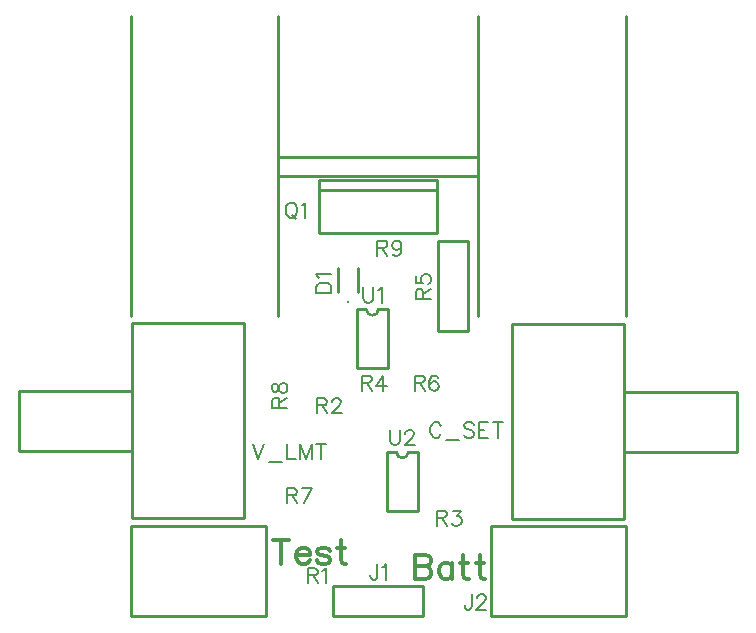
<source format=gbr>
G04 DipTrace 3.0.0.2*
G04 TopSilk.gbr*
%MOIN*%
G04 #@! TF.FileFunction,Legend,Top*
G04 #@! TF.Part,Single*
%ADD10C,0.009843*%
%ADD18C,0.01181*%
%ADD72C,0.00772*%
%ADD73C,0.012351*%
%FSLAX26Y26*%
G04*
G70*
G90*
G75*
G01*
G04 TopSilk*
%LPD*%
D18*
X1144000Y1467817D3*
X1111520Y1499313D2*
D10*
Y1581998D1*
X1176480Y1499313D2*
Y1581998D1*
X419000Y1419000D2*
Y2419000D1*
X2069000Y1419000D2*
Y2419000D1*
X1578950Y1950000D2*
X909050D1*
X1578950Y1888000D2*
X909050D1*
X1578950Y1419000D2*
Y2419000D1*
X909050Y1419000D2*
Y2419000D1*
X1094000Y419000D2*
Y519000D1*
X1394000D1*
Y419000D2*
Y519000D1*
X1094000Y419000D2*
X1394000D1*
X1619000Y719000D2*
X2069000D1*
Y419000D1*
X1619000D1*
Y719000D1*
X869000Y419000D2*
X419000D1*
Y719000D1*
X869000D1*
Y419000D1*
X1047150Y1875299D2*
X1440850D1*
Y1698134D1*
X1047150D1*
Y1875299D1*
Y1839866D2*
X1440850D1*
X1444000Y1368920D2*
Y1669080D1*
X1544000D2*
X1444000D1*
X1544000Y1368920D2*
Y1669080D1*
Y1368920D2*
X1444000D1*
X1174111Y1442427D2*
Y1245573D1*
X1276487Y1442427D2*
Y1245573D1*
X1174111D2*
X1276487D1*
X1205605Y1442427D2*
X1174111D1*
X1244994D2*
X1276487D1*
X1205605D2*
G03X1244994Y1442427I19694J9D01*
G01*
X1274111Y967427D2*
Y770573D1*
X1376487Y967427D2*
Y770573D1*
X1274111D2*
X1376487D1*
X1305605Y967427D2*
X1274111D1*
X1344994D2*
X1376487D1*
X1305605D2*
G03X1344994Y967427I19694J9D01*
G01*
X2064079Y742425D2*
Y1392425D1*
X1689079Y742425D2*
Y1392425D1*
Y742425D2*
X2064079D1*
X1689079Y1392425D2*
X2064079D1*
Y967455D2*
X2439079D1*
Y1167395D1*
X2064079D1*
X423921Y1395575D2*
Y745575D1*
X798921Y1395575D2*
Y745575D1*
Y1395575D2*
X423921D1*
X798921Y745575D2*
X423921D1*
Y1170545D2*
X48921D1*
Y970605D1*
X423921D1*
X1038297Y1498380D2*
D72*
X1088537D1*
Y1515126D1*
X1086105Y1522311D1*
X1081352Y1527120D1*
X1076543Y1529496D1*
X1069413Y1531873D1*
X1057420D1*
X1050235Y1529496D1*
X1045482Y1527120D1*
X1040673Y1522311D1*
X1038297Y1515126D1*
Y1498380D1*
X1047914Y1547312D2*
X1045482Y1552121D1*
X1038352Y1559306D1*
X1088537D1*
X1242249Y592223D2*
Y553977D1*
X1239873Y546792D1*
X1237441Y544415D1*
X1232688Y541983D1*
X1227879D1*
X1223126Y544415D1*
X1220750Y546792D1*
X1218318Y553977D1*
Y558730D1*
X1257689Y582606D2*
X1262497Y585038D1*
X1269682Y592168D1*
Y541983D1*
X1556500Y492223D2*
Y453977D1*
X1554123Y446792D1*
X1551691Y444415D1*
X1546938Y441983D1*
X1542129D1*
X1537376Y444415D1*
X1535000Y446792D1*
X1532568Y453977D1*
Y458730D1*
X1574371Y480230D2*
Y482606D1*
X1576747Y487415D1*
X1579124Y489791D1*
X1583932Y492168D1*
X1593494D1*
X1598247Y489791D1*
X1600624Y487415D1*
X1603056Y482606D1*
Y477853D1*
X1600624Y473045D1*
X1595871Y465915D1*
X1571939Y441983D1*
X1605432D1*
X950503Y1798522D2*
X945750Y1796201D1*
X940941Y1791393D1*
X938565Y1786584D1*
X936133Y1779399D1*
Y1767461D1*
X938565Y1760276D1*
X940941Y1755523D1*
X945750Y1750714D1*
X950503Y1748338D1*
X960064D1*
X964873Y1750714D1*
X969626Y1755523D1*
X972003Y1760276D1*
X974435Y1767461D1*
Y1779399D1*
X972003Y1786584D1*
X969626Y1791393D1*
X964873Y1796201D1*
X960064Y1798522D1*
X950503D1*
X957688Y1757899D2*
X972003Y1743529D1*
X989874Y1788905D2*
X994682Y1791337D1*
X1001867Y1798467D1*
Y1748282D1*
X1009009Y555693D2*
X1030509D1*
X1037694Y558125D1*
X1040126Y560501D1*
X1042503Y565255D1*
Y570063D1*
X1040126Y574816D1*
X1037694Y577248D1*
X1030509Y579625D1*
X1009009D1*
Y529385D1*
X1025756Y555693D2*
X1042503Y529385D1*
X1057942Y570008D2*
X1062750Y572440D1*
X1069935Y579569D1*
Y529385D1*
X1040385Y1122819D2*
X1061885D1*
X1069070Y1125251D1*
X1071502Y1127627D1*
X1073879Y1132381D1*
Y1137189D1*
X1071502Y1141942D1*
X1069070Y1144374D1*
X1061885Y1146751D1*
X1040385D1*
Y1096511D1*
X1057132Y1122819D2*
X1073879Y1096511D1*
X1091750Y1134757D2*
Y1137134D1*
X1094126Y1141942D1*
X1096503Y1144319D1*
X1101312Y1146695D1*
X1110873D1*
X1115626Y1144319D1*
X1118003Y1141942D1*
X1120435Y1137134D1*
Y1132381D1*
X1118003Y1127572D1*
X1113250Y1120442D1*
X1089318Y1096511D1*
X1122811D1*
X1440189Y747819D2*
X1461688D1*
X1468874Y750251D1*
X1471305Y752627D1*
X1473682Y757381D1*
Y762189D1*
X1471305Y766942D1*
X1468874Y769374D1*
X1461688Y771751D1*
X1440189D1*
Y721511D1*
X1456935Y747819D2*
X1473682Y721511D1*
X1493930Y771695D2*
X1520183D1*
X1505868Y752572D1*
X1513053D1*
X1517806Y750196D1*
X1520183Y747819D1*
X1522615Y740634D1*
Y735881D1*
X1520183Y728696D1*
X1515429Y723887D1*
X1508244Y721511D1*
X1501059D1*
X1493930Y723887D1*
X1491553Y726319D1*
X1489121Y731072D1*
X1189197Y1197819D2*
X1210697D1*
X1217882Y1200251D1*
X1220314Y1202627D1*
X1222691Y1207381D1*
Y1212189D1*
X1220314Y1216942D1*
X1217882Y1219374D1*
X1210697Y1221751D1*
X1189197D1*
Y1171511D1*
X1205944Y1197819D2*
X1222691Y1171511D1*
X1262061D2*
Y1221695D1*
X1238130Y1188257D1*
X1274000D1*
X1394709Y1477787D2*
Y1499287D1*
X1392277Y1506472D1*
X1389900Y1508904D1*
X1385147Y1511280D1*
X1380339D1*
X1375585Y1508904D1*
X1373154Y1506472D1*
X1370777Y1499287D1*
Y1477787D1*
X1421017D1*
X1394709Y1494534D2*
X1421017Y1511280D1*
X1370832Y1555405D2*
Y1531528D1*
X1392332Y1529152D1*
X1389956Y1531528D1*
X1387524Y1538713D1*
Y1545843D1*
X1389956Y1553028D1*
X1394709Y1557836D1*
X1401894Y1560213D1*
X1406647D1*
X1413832Y1557836D1*
X1418640Y1553028D1*
X1421017Y1545843D1*
Y1538713D1*
X1418640Y1531528D1*
X1416209Y1529152D1*
X1411455Y1526720D1*
X1366405Y1197819D2*
X1387904D1*
X1395089Y1200251D1*
X1397521Y1202627D1*
X1399898Y1207381D1*
Y1212189D1*
X1397521Y1216942D1*
X1395089Y1219374D1*
X1387904Y1221751D1*
X1366405D1*
Y1171511D1*
X1383151Y1197819D2*
X1399898Y1171511D1*
X1444022Y1214566D2*
X1441645Y1219319D1*
X1434460Y1221695D1*
X1429707D1*
X1422522Y1219319D1*
X1417714Y1212134D1*
X1415337Y1200196D1*
Y1188257D1*
X1417714Y1178696D1*
X1422522Y1173887D1*
X1429707Y1171511D1*
X1432084D1*
X1439214Y1173887D1*
X1444022Y1178696D1*
X1446399Y1185881D1*
Y1188257D1*
X1444022Y1195442D1*
X1439214Y1200196D1*
X1432084Y1202572D1*
X1429707D1*
X1422522Y1200196D1*
X1417714Y1195442D1*
X1415337Y1188257D1*
X940385Y822819D2*
X961885D1*
X969070Y825251D1*
X971502Y827627D1*
X973879Y832381D1*
Y837189D1*
X971502Y841942D1*
X969070Y844374D1*
X961885Y846751D1*
X940385D1*
Y796511D1*
X957132Y822819D2*
X973879Y796511D1*
X998880D2*
X1022811Y846695D1*
X989318D1*
X915181Y1115216D2*
Y1136716D1*
X912749Y1143901D1*
X910373Y1146333D1*
X905620Y1148710D1*
X900811D1*
X896058Y1146333D1*
X893626Y1143901D1*
X891249Y1136716D1*
Y1115216D1*
X941489D1*
X915181Y1131963D2*
X941489Y1148710D1*
X891305Y1176087D2*
X893681Y1168957D1*
X898434Y1166526D1*
X903243Y1166525D1*
X907996Y1168957D1*
X910428Y1173711D1*
X912805Y1183272D1*
X915181Y1190457D1*
X919990Y1195210D1*
X924743Y1197587D1*
X931928D1*
X936681Y1195210D1*
X939113Y1192834D1*
X941489Y1185649D1*
Y1176087D1*
X939113Y1168957D1*
X936681Y1166525D1*
X931928Y1164149D1*
X924743D1*
X919990Y1166525D1*
X915181Y1171334D1*
X912805Y1178464D1*
X910428Y1188025D1*
X907996Y1192834D1*
X903243Y1195210D1*
X898434D1*
X893681Y1192834D1*
X891305Y1185649D1*
Y1176087D1*
X1241574Y1647819D2*
X1263074D1*
X1270259Y1650251D1*
X1272691Y1652627D1*
X1275067Y1657381D1*
Y1662189D1*
X1272691Y1666942D1*
X1270259Y1669374D1*
X1263074Y1671751D1*
X1241574D1*
Y1621511D1*
X1258320Y1647819D2*
X1275067Y1621511D1*
X1321623Y1655004D2*
X1319191Y1647819D1*
X1314438Y1643010D1*
X1307253Y1640634D1*
X1304876D1*
X1297691Y1643010D1*
X1292938Y1647819D1*
X1290506Y1655004D1*
Y1657381D1*
X1292938Y1664566D1*
X1297691Y1669319D1*
X1304876Y1671695D1*
X1307253D1*
X1314438Y1669319D1*
X1319191Y1664566D1*
X1321623Y1655004D1*
Y1643010D1*
X1319191Y1631072D1*
X1314438Y1623887D1*
X1307253Y1621511D1*
X1302500D1*
X1295315Y1623887D1*
X1292938Y1628696D1*
X1194836Y1515650D2*
Y1479780D1*
X1197213Y1472595D1*
X1202021Y1467842D1*
X1209206Y1465410D1*
X1213959D1*
X1221144Y1467842D1*
X1225953Y1472595D1*
X1228330Y1479780D1*
Y1515650D1*
X1243769Y1506033D2*
X1248577Y1508465D1*
X1255762Y1515595D1*
Y1465410D1*
X1284086Y1040650D2*
Y1004780D1*
X1286463Y997595D1*
X1291271Y992842D1*
X1298456Y990410D1*
X1303210D1*
X1310395Y992842D1*
X1315203Y997595D1*
X1317580Y1004780D1*
Y1040650D1*
X1335451Y1028657D2*
Y1031033D1*
X1337827Y1035842D1*
X1340204Y1038218D1*
X1345012Y1040595D1*
X1354574D1*
X1359327Y1038218D1*
X1361704Y1035842D1*
X1364136Y1031033D1*
Y1026280D1*
X1361704Y1021472D1*
X1356951Y1014342D1*
X1333019Y990410D1*
X1366512D1*
X1454395Y1053710D2*
X1452019Y1058463D1*
X1447210Y1063272D1*
X1442457Y1065648D1*
X1432896D1*
X1428087Y1063272D1*
X1423334Y1058463D1*
X1420902Y1053710D1*
X1418525Y1046525D1*
Y1034532D1*
X1420902Y1027402D1*
X1423334Y1022593D1*
X1428087Y1017840D1*
X1432896Y1015408D1*
X1442457D1*
X1447210Y1017840D1*
X1452019Y1022593D1*
X1454395Y1027402D1*
X1469835Y1007118D2*
X1515266D1*
X1564199Y1058463D2*
X1559446Y1063272D1*
X1552261Y1065648D1*
X1542699D1*
X1535514Y1063272D1*
X1530705Y1058463D1*
Y1053710D1*
X1533137Y1048902D1*
X1535514Y1046525D1*
X1540267Y1044148D1*
X1554637Y1039340D1*
X1559446Y1036963D1*
X1561822Y1034532D1*
X1564199Y1029778D1*
Y1022593D1*
X1559446Y1017840D1*
X1552261Y1015408D1*
X1542699D1*
X1535514Y1017840D1*
X1530705Y1022593D1*
X1610699Y1065648D2*
X1579638D1*
Y1015408D1*
X1610699D1*
X1579638Y1041717D2*
X1598761D1*
X1642885Y1065648D2*
Y1015408D1*
X1626139Y1065648D2*
X1659632D1*
X825991Y993798D2*
X845115Y943558D1*
X864238Y993798D1*
X879677Y935267D2*
X925109D1*
X940548Y993798D2*
Y943558D1*
X969233D1*
X1022919D2*
Y993798D1*
X1003795Y943558D1*
X984672Y993798D1*
Y943558D1*
X1055104Y993798D2*
Y943558D1*
X1038358Y993798D2*
X1071851D1*
X919251Y674585D2*
D73*
Y594201D1*
X892457Y674585D2*
X946046D1*
X970749Y624798D2*
X1016644D1*
Y632492D1*
X1012842Y640185D1*
X1009039Y643988D1*
X1001346Y647791D1*
X989850D1*
X982245Y643988D1*
X974551Y636295D1*
X970749Y624798D1*
Y617193D1*
X974551Y605697D1*
X982245Y598092D1*
X989850Y594201D1*
X1001346D1*
X1009039Y598092D1*
X1016644Y605697D1*
X1083441Y636295D2*
X1079638Y643988D1*
X1068142Y647791D1*
X1056646D1*
X1045150Y643988D1*
X1041347Y636295D1*
X1045150Y628689D1*
X1052843Y624798D1*
X1071945Y620996D1*
X1079638Y617193D1*
X1083441Y609500D1*
Y605697D1*
X1079638Y598092D1*
X1068142Y594201D1*
X1056646D1*
X1045150Y598092D1*
X1041347Y605697D1*
X1119639Y674585D2*
Y609500D1*
X1123442Y598092D1*
X1131135Y594201D1*
X1138741D1*
X1108143Y647791D2*
X1134938D1*
X1367457Y624585D2*
Y544201D1*
X1401945D1*
X1413441Y548092D1*
X1417243Y551895D1*
X1421046Y559500D1*
Y570996D1*
X1417243Y578689D1*
X1413441Y582492D1*
X1401945Y586295D1*
X1413441Y590185D1*
X1417243Y593988D1*
X1421046Y601593D1*
Y609287D1*
X1417243Y616892D1*
X1413441Y620783D1*
X1401945Y624585D1*
X1367457D1*
Y586295D2*
X1401945D1*
X1491644Y597791D2*
Y544201D1*
Y586295D2*
X1484039Y593988D1*
X1476346Y597791D1*
X1464938D1*
X1457245Y593988D1*
X1449640Y586295D1*
X1445749Y574798D1*
Y567193D1*
X1449640Y555697D1*
X1457245Y548092D1*
X1464938Y544201D1*
X1476346D1*
X1484039Y548092D1*
X1491644Y555697D1*
X1527843Y624585D2*
Y559500D1*
X1531646Y548092D1*
X1539339Y544201D1*
X1546945D1*
X1516347Y597791D2*
X1543142D1*
X1583143Y624585D2*
Y559500D1*
X1586946Y548092D1*
X1594639Y544201D1*
X1602245D1*
X1571647Y597791D2*
X1598442D1*
M02*

</source>
